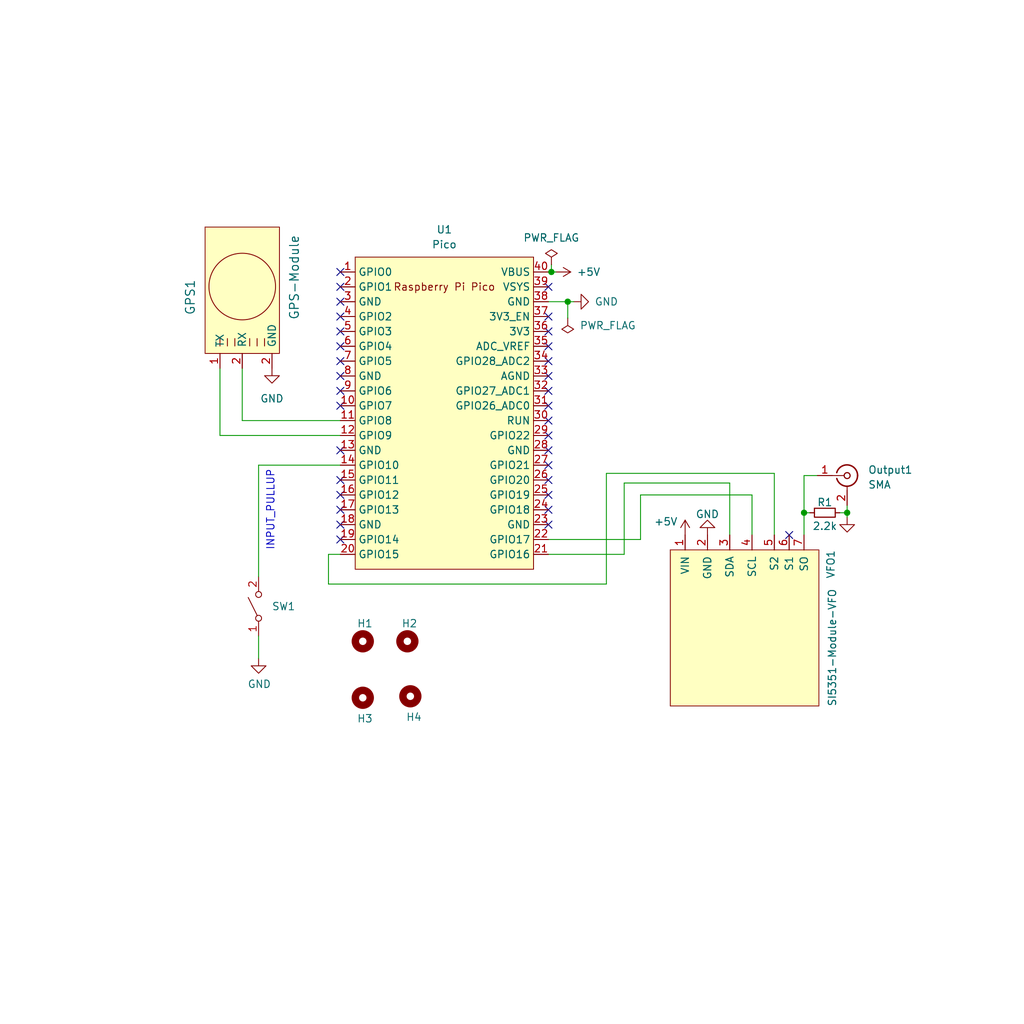
<source format=kicad_sch>
(kicad_sch (version 20211123) (generator eeschema)
  (paper "User" 175.006 175.006)
  (title_block (title "Easy-Beacons") (date "2022-09-13") (rev "V0.03") (company "Dhiru Kholia (VU3CER)"))
  (lib_symbols
    (symbol "Connector:Conn_Coaxial" (pin_names (offset 1.016) hide)
      (property "Reference" "J" (at 0.254 3.048 0))
      (property "Value" "Conn_Coaxial" (at 2.921 0 90))
      (symbol "Conn_Coaxial_0_1"
        (arc (start -1.778 -0.508) (mid 0.2311 -1.8066) (end 1.778 0) (stroke (width 0.254)))
        (polyline (pts (xy -2.54 0) (xy -0.508 0)))
        (polyline (pts (xy 0 -2.54) (xy 0 -1.778)))
        (circle (center 0 0) (radius 0.508) (stroke (width 0.2032)))
        (arc (start 1.778 0) (mid 0.2099 1.8101) (end -1.778 0.508) (stroke (width 0.254)))
      )
      (symbol "Conn_Coaxial_1_1"
        (pin passive line (at -5.08 0 0) (length 2.54) (name "In") (number "1"))
        (pin passive line (at 0 -5.08 90) (length 2.54) (name "Ext") (number "2"))
      )
    )
    (symbol "Control-Board-rescue:SI5351Module_2-VFO-SDR_SSB-rescue-Hack-v1-rescue" (pin_names (offset 1.016))
      (property "Reference" "U" (at 0 0 0))
      (property "Value" "SI5351Module_2-VFO-SDR_SSB-rescue-Hack-v1-rescue" (at 0 0 0))
      (symbol "SI5351Module_2-VFO-SDR_SSB-rescue-Hack-v1-rescue_0_1"
        (rectangle (start -12.7 12.7) (end 13.97 -12.7) (fill (type background)))
      )
      (symbol "SI5351Module_2-VFO-SDR_SSB-rescue-Hack-v1-rescue_1_1"
        (pin input line (at -15.24 -10.16 0) (length 2.54) (name "VIN") (number "1"))
        (pin input line (at -15.24 -6.35 0) (length 2.54) (name "GND") (number "2"))
        (pin input line (at -15.24 -2.54 0) (length 2.54) (name "SDA") (number "3"))
        (pin input line (at -15.24 1.27 0) (length 2.54) (name "SCL") (number "4"))
        (pin output line (at -15.24 5.08 0) (length 2.54) (name "S2") (number "5"))
        (pin output line (at -15.24 7.62 0) (length 2.54) (name "S1") (number "6"))
        (pin output line (at -15.24 10.16 0) (length 2.54) (name "SO") (number "7"))
      )
    )
    (symbol "Device:R_Small" (pin_numbers hide) (pin_names (offset 0.254) hide)
      (property "Reference" "R" (at 0.762 0.508 0))
      (property "Value" "R_Small" (at 0.762 -1.016 0))
      (symbol "R_Small_0_1"
        (rectangle (start -0.762 1.778) (end 0.762 -1.778) (stroke (width 0.2032)))
      )
      (symbol "R_Small_1_1"
        (pin passive line (at 0 2.54 270) (length 0.762) (name "~") (number "1"))
        (pin passive line (at 0 -2.54 90) (length 0.762) (name "~") (number "2"))
      )
    )
    (symbol "GPS-Module:GPS-Module" (pin_names (offset 1.016))
      (property "Reference" "GPS1" (at 1.27 10.16 0))
      (property "Value" "GPS-Module" (at 8.89 -7.62 0))
      (symbol "GPS-Module_0_1"
        (rectangle (start -11.43 7.62) (end 10.16 -5.08) (fill (type background)))
        (polyline (pts (xy -10.16 -2.54) (xy -8.89 -2.54)))
        (polyline (pts (xy -10.16 -1.27) (xy -8.89 -1.27)))
        (polyline (pts (xy -10.16 0) (xy -8.89 0)))
        (polyline (pts (xy -10.16 2.54) (xy -8.89 2.54)))
        (polyline (pts (xy -10.16 3.81) (xy -8.89 3.81)))
        (polyline (pts (xy -10.16 5.08) (xy -8.89 5.08)))
        (circle (center 0 1.27) (radius 5.6896))
      )
      (symbol "GPS-Module_1_1"
        (pin output line (at -13.97 5.08 0) (length 2.54) (name "TX") (number "1"))
        (pin power_in line (at -13.97 -3.81 0) (length 2.54) (name "GND") (number "2"))
        (pin input line (at -13.97 1.27 0) (length 2.54) (name "RX") (number "2"))
      )
    )
    (symbol "Mechanical:MountingHole" (pin_names (offset 1.016))
      (property "Reference" "H" (at 0 5.08 0))
      (property "Value" "MountingHole" (at 0 3.175 0))
      (symbol "MountingHole_0_1"
        (circle (center 0 0) (radius 1.27) (stroke (width 1.27)))
      )
    )
    (symbol "Switch:SW_SPST" (pin_names (offset 0) hide)
      (property "Reference" "SW" (at 0 3.175 0))
      (property "Value" "SW_SPST" (at 0 -2.54 0))
      (symbol "SW_SPST_0_0"
        (circle (center -2.032 0) (radius 0.508))
        (polyline (pts (xy -1.524 0.254) (xy 1.524 1.778)))
        (circle (center 2.032 0) (radius 0.508))
      )
      (symbol "SW_SPST_1_1"
        (pin passive line (at -5.08 0 0) (length 2.54) (name "A") (number "1"))
        (pin passive line (at 5.08 0 180) (length 2.54) (name "B") (number "2"))
      )
    )
    (symbol "pico:Pico"
      (property "Reference" "U3" (at 0 32.004 0))
      (property "Value" "Pico" (at 0 29.464 0))
      (symbol "Pico_0_0"
        (text "Raspberry Pi Pico" (at 0 21.59 0) (effects (font (size 1.27 1.27))))
      )
      (symbol "Pico_0_1"
        (rectangle (start -15.24 26.67) (end 15.24 -26.67) (fill (type background)))
      )
      (symbol "Pico_1_1"
        (pin bidirectional line (at -17.78 24.13 0) (length 2.54) (name "GPIO0") (number "1"))
        (pin bidirectional line (at -17.78 1.27 0) (length 2.54) (name "GPIO7") (number "10"))
        (pin bidirectional line (at -17.78 -1.27 0) (length 2.54) (name "GPIO8") (number "11"))
        (pin bidirectional line (at -17.78 -3.81 0) (length 2.54) (name "GPIO9") (number "12"))
        (pin power_in line (at -17.78 -6.35 0) (length 2.54) (name "GND") (number "13"))
        (pin bidirectional line (at -17.78 -8.89 0) (length 2.54) (name "GPIO10") (number "14"))
        (pin bidirectional line (at -17.78 -11.43 0) (length 2.54) (name "GPIO11") (number "15"))
        (pin bidirectional line (at -17.78 -13.97 0) (length 2.54) (name "GPIO12") (number "16"))
        (pin bidirectional line (at -17.78 -16.51 0) (length 2.54) (name "GPIO13") (number "17"))
        (pin power_in line (at -17.78 -19.05 0) (length 2.54) (name "GND") (number "18"))
        (pin bidirectional line (at -17.78 -21.59 0) (length 2.54) (name "GPIO14") (number "19"))
        (pin bidirectional line (at -17.78 21.59 0) (length 2.54) (name "GPIO1") (number "2"))
        (pin bidirectional line (at -17.78 -24.13 0) (length 2.54) (name "GPIO15") (number "20"))
        (pin bidirectional line (at 17.78 -24.13 180) (length 2.54) (name "GPIO16") (number "21"))
        (pin bidirectional line (at 17.78 -21.59 180) (length 2.54) (name "GPIO17") (number "22"))
        (pin power_in line (at 17.78 -19.05 180) (length 2.54) (name "GND") (number "23"))
        (pin bidirectional line (at 17.78 -16.51 180) (length 2.54) (name "GPIO18") (number "24"))
        (pin bidirectional line (at 17.78 -13.97 180) (length 2.54) (name "GPIO19") (number "25"))
        (pin bidirectional line (at 17.78 -11.43 180) (length 2.54) (name "GPIO20") (number "26"))
        (pin bidirectional line (at 17.78 -8.89 180) (length 2.54) (name "GPIO21") (number "27"))
        (pin power_in line (at 17.78 -6.35 180) (length 2.54) (name "GND") (number "28"))
        (pin bidirectional line (at 17.78 -3.81 180) (length 2.54) (name "GPIO22") (number "29"))
        (pin power_in line (at -17.78 19.05 0) (length 2.54) (name "GND") (number "3"))
        (pin input line (at 17.78 -1.27 180) (length 2.54) (name "RUN") (number "30"))
        (pin bidirectional line (at 17.78 1.27 180) (length 2.54) (name "GPIO26_ADC0") (number "31"))
        (pin bidirectional line (at 17.78 3.81 180) (length 2.54) (name "GPIO27_ADC1") (number "32"))
        (pin power_in line (at 17.78 6.35 180) (length 2.54) (name "AGND") (number "33"))
        (pin bidirectional line (at 17.78 8.89 180) (length 2.54) (name "GPIO28_ADC2") (number "34"))
        (pin power_in line (at 17.78 11.43 180) (length 2.54) (name "ADC_VREF") (number "35"))
        (pin power_in line (at 17.78 13.97 180) (length 2.54) (name "3V3") (number "36"))
        (pin input line (at 17.78 16.51 180) (length 2.54) (name "3V3_EN") (number "37"))
        (pin power_in line (at 17.78 19.05 180) (length 2.54) (name "GND") (number "38"))
        (pin power_in line (at 17.78 21.59 180) (length 2.54) (name "VSYS") (number "39"))
        (pin bidirectional line (at -17.78 16.51 0) (length 2.54) (name "GPIO2") (number "4"))
        (pin power_in line (at 17.78 24.13 180) (length 2.54) (name "VBUS") (number "40"))
        (pin bidirectional line (at -17.78 13.97 0) (length 2.54) (name "GPIO3") (number "5"))
        (pin bidirectional line (at -17.78 11.43 0) (length 2.54) (name "GPIO4") (number "6"))
        (pin bidirectional line (at -17.78 8.89 0) (length 2.54) (name "GPIO5") (number "7"))
        (pin power_in line (at -17.78 6.35 0) (length 2.54) (name "GND") (number "8"))
        (pin bidirectional line (at -17.78 3.81 0) (length 2.54) (name "GPIO6") (number "9"))
      )
    )
    (symbol "power:+5V" (power) (pin_names (offset 0))
      (property "Value" "+5V" (at 0 3.556 0))
      (symbol "+5V_0_1"
        (polyline (pts (xy -0.762 1.27) (xy 0 2.54)))
        (polyline (pts (xy 0 0) (xy 0 2.54)))
        (polyline (pts (xy 0 2.54) (xy 0.762 1.27)))
      )
      (symbol "+5V_1_1"
        (pin power_in line (at 0 0 90) (length 0) hide (name "+5V") (number "1"))
      )
    )
    (symbol "power:GND" (power) (pin_names (offset 0))
      (property "Value" "GND" (at 0 -3.81 0))
      (symbol "GND_0_1"
        (polyline (pts (xy 0 0) (xy 0 -1.27) (xy 1.27 -1.27) (xy 0 -2.54) (xy -1.27 -1.27) (xy 0 -1.27)))
      )
      (symbol "GND_1_1"
        (pin power_in line (at 0 0 270) (length 0) hide (name "GND") (number "1"))
      )
    )
    (symbol "power:PWR_FLAG" (power) (pin_numbers hide) (pin_names (offset 0) hide)
      (property "Value" "PWR_FLAG" (at 0 3.81 0))
      (symbol "PWR_FLAG_0_0"
        (pin power_out line (at 0 0 90) (length 0) (name "pwr") (number "1"))
      )
      (symbol "PWR_FLAG_0_1"
        (polyline (pts (xy 0 0) (xy 0 1.27) (xy -1.016 1.905) (xy 0 2.54) (xy 1.016 1.905) (xy 0 1.27)))
      )
    )
  )
  (junction (at 94.234 46.482))
  (junction (at 97.028 51.562))
  (junction (at 144.78 87.63))
  (junction (at 137.414 87.63))
  (no_connect (at 93.726 49.022))
  (no_connect (at 93.726 54.102))
  (no_connect (at 93.726 56.642))
  (no_connect (at 93.726 59.182))
  (no_connect (at 93.726 61.722))
  (no_connect (at 93.726 66.802))
  (no_connect (at 93.726 69.342))
  (no_connect (at 93.726 71.882))
  (no_connect (at 93.726 74.422))
  (no_connect (at 93.726 64.262))
  (no_connect (at 58.166 46.482))
  (no_connect (at 58.166 61.722))
  (no_connect (at 58.166 69.342))
  (no_connect (at 58.166 51.562))
  (no_connect (at 58.166 89.662))
  (no_connect (at 58.166 92.202))
  (no_connect (at 93.726 84.582))
  (no_connect (at 93.726 82.042))
  (no_connect (at 93.726 79.502))
  (no_connect (at 93.726 76.962))
  (no_connect (at 58.166 64.262))
  (no_connect (at 58.166 87.122))
  (no_connect (at 58.166 84.582))
  (no_connect (at 93.726 87.122))
  (no_connect (at 93.726 89.662))
  (no_connect (at 58.166 76.962))
  (no_connect (at 58.166 82.042))
  (no_connect (at 58.166 66.802))
  (no_connect (at 58.166 54.102))
  (no_connect (at 134.874 91.44))
  (no_connect (at 58.166 49.022))
  (no_connect (at 58.166 56.642))
  (no_connect (at 58.166 59.182))
  (wire (pts (xy 97.028 51.562) (xy 98.044 51.562)))
  (wire (pts (xy 143.51 87.63) (xy 144.78 87.63)))
  (wire (pts (xy 97.028 51.562) (xy 97.028 54.356)))
  (wire (pts (xy 109.474 84.582) (xy 128.524 84.582)))
  (wire (pts (xy 44.196 112.522) (xy 44.196 108.712)))
  (wire (pts (xy 103.632 80.899) (xy 103.632 99.822)))
  (wire (pts (xy 93.726 92.202) (xy 109.474 92.202)))
  (wire (pts (xy 106.68 94.742) (xy 106.68 82.55)))
  (wire (pts (xy 93.726 46.482) (xy 94.234 46.482)))
  (wire (pts (xy 137.414 87.63) (xy 138.43 87.63)))
  (wire (pts (xy 37.592 62.9412) (xy 37.592 74.422)))
  (wire (pts (xy 94.234 45.212) (xy 94.234 46.482)))
  (wire (pts (xy 124.714 91.44) (xy 124.714 82.55)))
  (wire (pts (xy 144.78 86.36) (xy 144.78 87.63)))
  (wire (pts (xy 58.166 79.502) (xy 44.196 79.502)))
  (wire (pts (xy 94.234 46.482) (xy 94.996 46.482)))
  (wire (pts (xy 137.414 87.63) (xy 137.414 91.44)))
  (wire (pts (xy 93.726 51.562) (xy 97.028 51.562)))
  (wire (pts (xy 41.402 71.882) (xy 58.166 71.882)))
  (wire (pts (xy 106.68 82.55) (xy 124.714 82.55)))
  (wire (pts (xy 137.414 81.28) (xy 139.7 81.28)))
  (wire (pts (xy 103.632 99.822) (xy 56.134 99.822)))
  (wire (pts (xy 132.334 91.44) (xy 132.334 80.899)))
  (wire (pts (xy 56.134 94.742) (xy 58.166 94.742)))
  (wire (pts (xy 137.414 81.28) (xy 137.414 87.63)))
  (wire (pts (xy 44.196 79.502) (xy 44.196 98.552)))
  (wire (pts (xy 41.402 62.9412) (xy 41.402 71.882)))
  (wire (pts (xy 93.726 94.742) (xy 106.68 94.742)))
  (wire (pts (xy 144.78 87.63) (xy 144.78 88.392)))
  (wire (pts (xy 109.474 92.202) (xy 109.474 84.582)))
  (wire (pts (xy 37.592 74.422) (xy 58.166 74.422)))
  (wire (pts (xy 132.334 80.899) (xy 103.632 80.899)))
  (wire (pts (xy 128.524 91.44) (xy 128.524 84.582)))
  (wire (pts (xy 56.134 99.822) (xy 56.134 94.742)))
  (text "INPUT_PULLUP" (at 46.99 94.234 90) (effects (font (size 1.27 1.27)) (justify left bottom)))
  (symbol (lib_id "Control-Board-rescue:SI5351Module_2-VFO-SDR_SSB-rescue-Hack-v1-rescue") (at 127.254 106.68 270) (unit 1)
    (property "Reference" "VFO1" (at 141.986 93.98 0) (effects (justify left)))
    (property "Value" "SI5351-Module-VFO" (at 142.24 100.584 0) (effects (justify left)))
    (property "Footprint" "Connector_PinSocket_2.54mm:PinSocket_1x07_P2.54mm_Vertical" (effects hide))
  )
  (symbol (lib_id "power:GND") (at 120.904 91.44 180) (unit 1)
    (property "Reference" "#PWR0108" (effects hide))
    (property "Value" "GND" (at 120.904 87.884 0))
  )
  (symbol (lib_id "Mechanical:MountingHole") (at 62.0014 109.601 0) (unit 1)
    (property "Reference" "H1" (at 60.9854 106.553 0) (effects (justify left)))
    (property "Value" "MountingHole" (effects hide))
    (property "Footprint" "MountingHole:MountingHole_2.2mm_M2" (effects hide))
  )
  (symbol (lib_id "GPS-Module:GPS-Module") (at 42.672 48.9712 90) (unit 1)
    (property "Reference" "GPS1" (at 32.512 47.7012 0) (effects (font (size 1.524 1.524)) (justify right)))
    (property "Value" "GPS-Module" (at 50.292 40.0812 0) (effects (font (size 1.524 1.524)) (justify right)))
    (property "Footprint" "Connector_PinSocket_2.54mm:PinSocket_1x06_P2.54mm_Horizontal" (effects hide))
  )
  (symbol (lib_id "power:GND") (at 44.196 112.522 0) (unit 1)
    (property "Reference" "#PWR05" (effects hide))
    (property "Value" "GND" (at 44.323 116.9162 0))
  )
  (symbol (lib_id "power:GND") (at 98.044 51.562 90) (unit 1)
    (property "Reference" "#PWR03" (effects hide))
    (property "Value" "GND" (at 101.6 51.5619 90) (effects (justify right)))
  )
  (symbol (lib_id "power:GND") (at 46.482 62.9412 0) (unit 1)
    (property "Reference" "#PWR02" (effects hide))
    (property "Value" "GND" (at 46.482 68.1228 0))
  )
  (symbol (lib_id "Mechanical:MountingHole") (at 70.1294 118.999 0) (unit 1)
    (property "Reference" "H4" (at 69.3674 122.555 0) (effects (justify left)))
    (property "Value" "MountingHole" (effects hide))
    (property "Footprint" "MountingHole:MountingHole_2.2mm_M2" (effects hide))
  )
  (symbol (lib_id "Switch:SW_SPST") (at 44.196 103.632 90) (unit 1)
    (property "Reference" "SW1" (at 46.4312 103.632 90) (effects (justify right)))
    (property "Value" "SW_SPST" (effects hide))
    (property "Footprint" "Connector_PinHeader_2.54mm:PinHeader_1x02_P2.54mm_Vertical" (effects hide))
  )
  (symbol (lib_id "power:PWR_FLAG") (at 94.234 45.212 0) (unit 1)
    (property "Reference" "#FLG0101" (effects hide))
    (property "Value" "PWR_FLAG" (at 94.234 40.64 0))
  )
  (symbol (lib_id "Connector:Conn_Coaxial") (at 144.78 81.28 0) (unit 1)
    (property "Reference" "Output1" (at 148.336 80.3031 0) (effects (justify left)))
    (property "Value" "SMA" (at 148.336 82.8431 0) (effects (justify left)))
    (property "Datasheet" " ~" (effects hide))
  )
  (symbol (lib_id "power:+5V") (at 117.094 91.44 0) (unit 1)
    (property "Reference" "#PWR01" (effects hide))
    (property "Value" "+5V" (at 113.792 89.154 0))
  )
  (symbol (lib_id "Device:R_Small") (at 140.97 87.63 90) (unit 1)
    (property "Reference" "R1" (at 140.97 85.852 90))
    (property "Value" "2.2k" (at 140.97 89.916 90))
  )
  (symbol (lib_id "power:PWR_FLAG") (at 97.028 54.356 180) (unit 1)
    (property "Reference" "#FLG0102" (effects hide))
    (property "Value" "PWR_FLAG" (at 99.06 55.6259 0) (effects (justify right)))
  )
  (symbol (lib_id "power:+5V") (at 94.996 46.482 270) (unit 1)
    (property "Reference" "#PWR0101" (effects hide))
    (property "Value" "+5V" (at 98.552 46.482 90) (effects (justify left)))
  )
  (symbol (lib_id "power:GND") (at 144.78 88.392 0) (unit 1)
    (property "Reference" "#PWR04" (effects hide))
    (property "Value" "GND" (effects hide))
  )
  (symbol (lib_id "pico:Pico") (at 75.946 70.612 0) (unit 1)
    (property "Reference" "U1" (at 75.946 39.243 0))
    (property "Value" "Pico" (at 75.946 41.783 0))
    (property "Footprint" "footprints:RPi_Pico_SMD_TH" (effects hide))
  )
  (symbol (lib_id "Mechanical:MountingHole") (at 69.6214 109.601 0) (unit 1)
    (property "Reference" "H2" (at 68.6054 106.553 0) (effects (justify left)))
    (property "Value" "MountingHole" (effects hide))
    (property "Footprint" "MountingHole:MountingHole_2.2mm_M2" (effects hide))
  )
  (symbol (lib_id "Mechanical:MountingHole") (at 62.0014 119.253 0) (unit 1)
    (property "Reference" "H3" (at 60.9854 122.809 0) (effects (justify left)))
    (property "Value" "MountingHole" (effects hide))
    (property "Footprint" "MountingHole:MountingHole_2.2mm_M2" (effects hide))
  )
)
</source>
